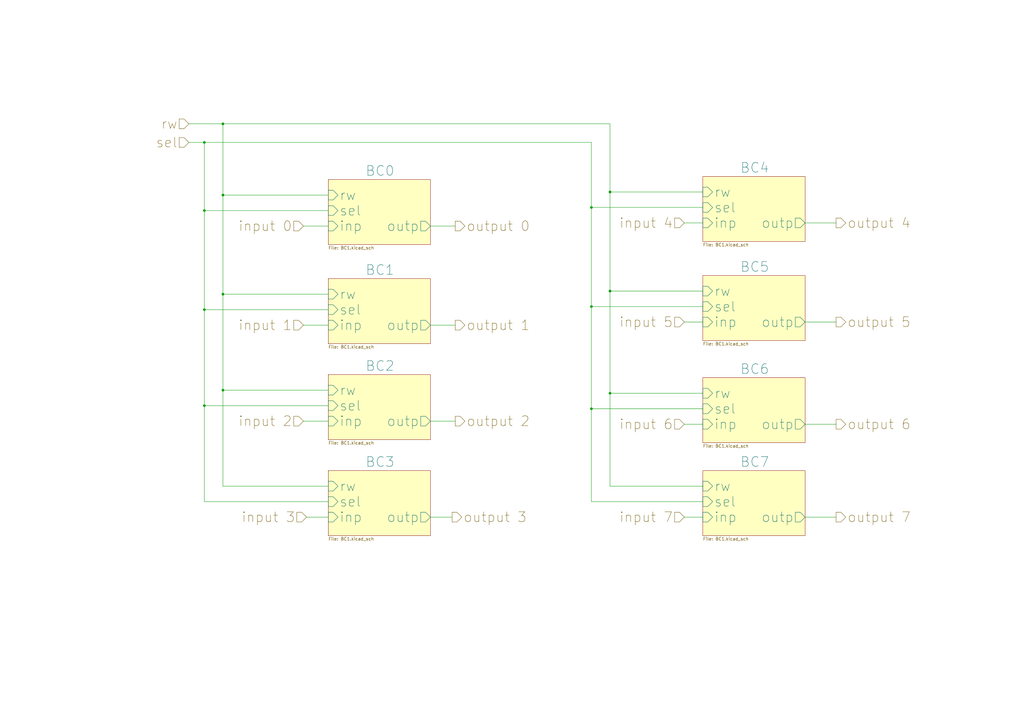
<source format=kicad_sch>
(kicad_sch (version 20230121) (generator eeschema)

  (uuid 364ae643-2548-4e87-836a-1766b33b97a9)

  (paper "A3")

  (lib_symbols
  )

  (junction (at 91.44 80.01) (diameter 0) (color 0 0 0 0)
    (uuid 04b8fda4-2f8e-47a7-92bb-2696efecf1ef)
  )
  (junction (at 250.19 78.74) (diameter 0) (color 0 0 0 0)
    (uuid 0ce9a429-814b-4edd-aecf-32325902f2d1)
  )
  (junction (at 242.57 125.73) (diameter 0) (color 0 0 0 0)
    (uuid 1bd715a9-4b99-469b-b586-b08a0e765660)
  )
  (junction (at 83.82 58.42) (diameter 0) (color 0 0 0 0)
    (uuid 30cadb98-3c0d-4527-bc7c-7e65206312b9)
  )
  (junction (at 250.19 119.38) (diameter 0) (color 0 0 0 0)
    (uuid 3264e6ba-ef05-4c6c-bb88-9061e9988f6b)
  )
  (junction (at 242.57 167.64) (diameter 0) (color 0 0 0 0)
    (uuid 45ac5f35-acec-4275-8e85-c37ebf1036b4)
  )
  (junction (at 91.44 160.02) (diameter 0) (color 0 0 0 0)
    (uuid 5ac64fd8-38b8-4e09-ae93-ae11e77fe304)
  )
  (junction (at 83.82 166.37) (diameter 0) (color 0 0 0 0)
    (uuid 6276ce79-720c-4cb5-b9fd-b322658c6d34)
  )
  (junction (at 242.57 85.09) (diameter 0) (color 0 0 0 0)
    (uuid 7bb1198d-de86-403e-82a5-6c830959f2be)
  )
  (junction (at 91.44 50.8) (diameter 0) (color 0 0 0 0)
    (uuid 98d0006b-311c-4bd5-8c0c-6697ab60ca32)
  )
  (junction (at 250.19 161.29) (diameter 0) (color 0 0 0 0)
    (uuid b6977bd3-4a8a-4869-932e-be85a9cd6e3b)
  )
  (junction (at 91.44 120.65) (diameter 0) (color 0 0 0 0)
    (uuid b9f6017f-2a87-4121-aecd-0e752e13299d)
  )
  (junction (at 83.82 86.36) (diameter 0) (color 0 0 0 0)
    (uuid dea6f222-1c90-4e5b-8638-43caafcabb92)
  )
  (junction (at 83.82 127) (diameter 0) (color 0 0 0 0)
    (uuid e90a2558-124d-412a-b8d9-6bc2b17fba5f)
  )

  (wire (pts (xy 330.2 173.99) (xy 342.9 173.99))
    (stroke (width 0) (type default))
    (uuid 087a9827-dded-455e-82f9-5dd4a1fea947)
  )
  (wire (pts (xy 176.53 172.72) (xy 186.69 172.72))
    (stroke (width 0) (type default))
    (uuid 0ac5337c-9ac3-4302-8dfb-4f3eb9456ab2)
  )
  (wire (pts (xy 83.82 127) (xy 83.82 166.37))
    (stroke (width 0) (type default))
    (uuid 0d68edbd-c2ba-4199-9b87-589897a467e4)
  )
  (wire (pts (xy 91.44 50.8) (xy 250.19 50.8))
    (stroke (width 0) (type default))
    (uuid 1502689e-65e6-4896-b723-923b220f8f29)
  )
  (wire (pts (xy 91.44 160.02) (xy 91.44 199.39))
    (stroke (width 0) (type default))
    (uuid 15d1540c-5728-4e98-bff6-43532ed429a6)
  )
  (wire (pts (xy 280.67 91.44) (xy 288.29 91.44))
    (stroke (width 0) (type default))
    (uuid 17c76cdd-766b-4aa1-b7fb-3c1d3adffddc)
  )
  (wire (pts (xy 91.44 120.65) (xy 134.62 120.65))
    (stroke (width 0) (type default))
    (uuid 1e62010d-f4a5-42d5-82ad-81259d1910cc)
  )
  (wire (pts (xy 176.53 212.09) (xy 185.42 212.09))
    (stroke (width 0) (type default))
    (uuid 21d23037-0f99-47bd-b3b0-91703a72f1e7)
  )
  (wire (pts (xy 91.44 160.02) (xy 134.62 160.02))
    (stroke (width 0) (type default))
    (uuid 23e56d60-31a4-44bc-bb76-4f518402b006)
  )
  (wire (pts (xy 288.29 125.73) (xy 242.57 125.73))
    (stroke (width 0) (type default))
    (uuid 2840bd92-245f-4a4e-af23-7975cec59c9a)
  )
  (wire (pts (xy 280.67 173.99) (xy 288.29 173.99))
    (stroke (width 0) (type default))
    (uuid 2d69e4d1-5231-42ac-8aa6-2bfb63d3e170)
  )
  (wire (pts (xy 242.57 58.42) (xy 242.57 85.09))
    (stroke (width 0) (type default))
    (uuid 34aadc39-5ffc-457c-b14e-b828325fb7ce)
  )
  (wire (pts (xy 91.44 199.39) (xy 134.62 199.39))
    (stroke (width 0) (type default))
    (uuid 38a7f145-3d0b-4ec3-9c26-f7633747af2a)
  )
  (wire (pts (xy 134.62 127) (xy 83.82 127))
    (stroke (width 0) (type default))
    (uuid 39fa5086-61e0-4f62-88df-c510fcd85329)
  )
  (wire (pts (xy 242.57 205.74) (xy 242.57 167.64))
    (stroke (width 0) (type default))
    (uuid 3ec40f99-aec2-4b42-9dff-27814ae74f40)
  )
  (wire (pts (xy 250.19 161.29) (xy 250.19 199.39))
    (stroke (width 0) (type default))
    (uuid 44a163db-686c-409c-a40c-5aeb7e754d57)
  )
  (wire (pts (xy 250.19 161.29) (xy 288.29 161.29))
    (stroke (width 0) (type default))
    (uuid 46e42e1c-05e9-47c8-b60a-e0e084da2e24)
  )
  (wire (pts (xy 176.53 133.35) (xy 186.69 133.35))
    (stroke (width 0) (type default))
    (uuid 479788c9-a17f-47f3-98df-c62da8c5b4f4)
  )
  (wire (pts (xy 125.73 212.09) (xy 134.62 212.09))
    (stroke (width 0) (type default))
    (uuid 4948e306-02f2-4223-bc63-d906aa696a69)
  )
  (wire (pts (xy 242.57 85.09) (xy 288.29 85.09))
    (stroke (width 0) (type default))
    (uuid 4c89acb6-d97e-44b4-ad44-7f0ff8ecb25b)
  )
  (wire (pts (xy 83.82 86.36) (xy 134.62 86.36))
    (stroke (width 0) (type default))
    (uuid 4e4e4068-654c-4b95-8c63-2872a7349503)
  )
  (wire (pts (xy 83.82 58.42) (xy 83.82 86.36))
    (stroke (width 0) (type default))
    (uuid 5af00f9c-a98a-4b31-a769-3bcfa2586682)
  )
  (wire (pts (xy 242.57 167.64) (xy 288.29 167.64))
    (stroke (width 0) (type default))
    (uuid 5cac80d9-1e15-4e79-98a5-6e3267904a91)
  )
  (wire (pts (xy 77.47 58.42) (xy 83.82 58.42))
    (stroke (width 0) (type default))
    (uuid 5d291b88-7862-4956-9cb9-607443c96d13)
  )
  (wire (pts (xy 91.44 120.65) (xy 91.44 160.02))
    (stroke (width 0) (type default))
    (uuid 6021b3a5-e863-4164-8704-2c0a1a8bc3d3)
  )
  (wire (pts (xy 124.46 133.35) (xy 134.62 133.35))
    (stroke (width 0) (type default))
    (uuid 6046b9bf-ab32-4a78-8eaa-3d8f7d912149)
  )
  (wire (pts (xy 242.57 85.09) (xy 242.57 125.73))
    (stroke (width 0) (type default))
    (uuid 61f98545-dc13-4354-b0d8-c318d97b4f11)
  )
  (wire (pts (xy 134.62 166.37) (xy 83.82 166.37))
    (stroke (width 0) (type default))
    (uuid 6e32a71f-fe56-4061-9e67-1017bafea5fc)
  )
  (wire (pts (xy 250.19 78.74) (xy 250.19 119.38))
    (stroke (width 0) (type default))
    (uuid 70299d51-936a-4254-84c3-c4d8bf4570c4)
  )
  (wire (pts (xy 124.46 172.72) (xy 134.62 172.72))
    (stroke (width 0) (type default))
    (uuid 77dec6cd-380c-4d6c-b657-96d14898bed2)
  )
  (wire (pts (xy 330.2 212.09) (xy 342.9 212.09))
    (stroke (width 0) (type default))
    (uuid 8fc2050b-20ba-4d74-8985-746bdaadc506)
  )
  (wire (pts (xy 91.44 80.01) (xy 91.44 120.65))
    (stroke (width 0) (type default))
    (uuid 9bc4442d-e80c-424d-a52f-7b603996acab)
  )
  (wire (pts (xy 176.53 92.71) (xy 186.69 92.71))
    (stroke (width 0) (type default))
    (uuid a0f7c3b6-ba1f-464b-a758-9c470c7788b8)
  )
  (wire (pts (xy 280.67 132.08) (xy 288.29 132.08))
    (stroke (width 0) (type default))
    (uuid a38c7ad0-2163-42f1-bef0-a28f89da6d29)
  )
  (wire (pts (xy 330.2 132.08) (xy 342.9 132.08))
    (stroke (width 0) (type default))
    (uuid b532dfe2-3423-490c-9b48-5bc64ac10671)
  )
  (wire (pts (xy 242.57 58.42) (xy 83.82 58.42))
    (stroke (width 0) (type default))
    (uuid b90b88b5-de00-487f-b45b-45ce82308f44)
  )
  (wire (pts (xy 91.44 80.01) (xy 134.62 80.01))
    (stroke (width 0) (type default))
    (uuid c047d037-47d6-4e63-837a-2c26e5a7805a)
  )
  (wire (pts (xy 83.82 86.36) (xy 83.82 127))
    (stroke (width 0) (type default))
    (uuid c5eefb17-b8b2-45b9-9cb7-283c1aa2c779)
  )
  (wire (pts (xy 250.19 119.38) (xy 250.19 161.29))
    (stroke (width 0) (type default))
    (uuid c833b1e7-095a-487d-a3bd-7a7cebf3283d)
  )
  (wire (pts (xy 330.2 91.44) (xy 342.9 91.44))
    (stroke (width 0) (type default))
    (uuid c936af8a-5cba-4b2d-ab32-b49b3c471bb5)
  )
  (wire (pts (xy 250.19 50.8) (xy 250.19 78.74))
    (stroke (width 0) (type default))
    (uuid cd53a19c-2ca7-4b27-9824-de68ade1b7d1)
  )
  (wire (pts (xy 77.47 50.8) (xy 91.44 50.8))
    (stroke (width 0) (type default))
    (uuid ce3c1351-4072-496f-8039-474e69a1c3fb)
  )
  (wire (pts (xy 288.29 205.74) (xy 242.57 205.74))
    (stroke (width 0) (type default))
    (uuid d7f7f0d0-e5a5-41a4-ae5a-eac509cbb11d)
  )
  (wire (pts (xy 124.46 92.71) (xy 134.62 92.71))
    (stroke (width 0) (type default))
    (uuid dcad0498-6397-4da5-9dae-ac92d2cbbaf6)
  )
  (wire (pts (xy 250.19 199.39) (xy 288.29 199.39))
    (stroke (width 0) (type default))
    (uuid e0ea52ef-5c8a-45a5-baf2-eb67c842a62b)
  )
  (wire (pts (xy 250.19 78.74) (xy 288.29 78.74))
    (stroke (width 0) (type default))
    (uuid e460f5f9-86ed-4ba0-86b4-b8ac02f1c10c)
  )
  (wire (pts (xy 242.57 125.73) (xy 242.57 167.64))
    (stroke (width 0) (type default))
    (uuid e8c6c4ac-a15b-4229-acfe-85cece95f59b)
  )
  (wire (pts (xy 250.19 119.38) (xy 288.29 119.38))
    (stroke (width 0) (type default))
    (uuid e921f665-8ded-4804-a7c5-102ef56427ee)
  )
  (wire (pts (xy 134.62 205.74) (xy 83.82 205.74))
    (stroke (width 0) (type default))
    (uuid ec689e09-858d-4b83-a346-e9ffe9be3700)
  )
  (wire (pts (xy 280.67 212.09) (xy 288.29 212.09))
    (stroke (width 0) (type default))
    (uuid f03d1f0a-6feb-422d-ae79-19b8714c4190)
  )
  (wire (pts (xy 91.44 50.8) (xy 91.44 80.01))
    (stroke (width 0) (type default))
    (uuid f8509d8f-0ef4-4648-a081-3962a186df9e)
  )
  (wire (pts (xy 83.82 205.74) (xy 83.82 166.37))
    (stroke (width 0) (type default))
    (uuid fb7ada06-3adb-45af-a40c-a778069bfaaf)
  )

  (hierarchical_label "input 1" (shape input) (at 124.46 133.35 180) (fields_autoplaced)
    (effects (font (size 4 4)) (justify right))
    (uuid 067445eb-8c66-4fe3-878b-9a02b43b405e)
  )
  (hierarchical_label "input 0" (shape input) (at 124.46 92.71 180) (fields_autoplaced)
    (effects (font (size 4 4)) (justify right))
    (uuid 2ee531bf-0dcc-43bc-9ae2-21731bf3d501)
  )
  (hierarchical_label "output 7" (shape output) (at 342.9 212.09 0) (fields_autoplaced)
    (effects (font (size 4 4)) (justify left))
    (uuid 56bf92d4-7b5b-4220-985e-cf8285cef605)
  )
  (hierarchical_label "output 2" (shape output) (at 186.69 172.72 0) (fields_autoplaced)
    (effects (font (size 4 4)) (justify left))
    (uuid 595dfb13-7655-4b8a-9e6d-9ffb73aa9bdb)
  )
  (hierarchical_label "sel" (shape input) (at 77.47 58.42 180) (fields_autoplaced)
    (effects (font (size 4 4)) (justify right))
    (uuid 5ee58528-be0a-4566-86d5-e612d5cc6c05)
  )
  (hierarchical_label "output 5" (shape output) (at 342.9 132.08 0) (fields_autoplaced)
    (effects (font (size 4 4)) (justify left))
    (uuid 61e60c83-93ab-4a36-81b2-b02ab54552ed)
  )
  (hierarchical_label "output 6" (shape output) (at 342.9 173.99 0) (fields_autoplaced)
    (effects (font (size 4 4)) (justify left))
    (uuid 6a0cfb3f-c491-466c-b884-fdcbb794c346)
  )
  (hierarchical_label "rw" (shape input) (at 77.47 50.8 180) (fields_autoplaced)
    (effects (font (size 4 4)) (justify right))
    (uuid 7bd3fa14-ab97-4ab2-8357-ad99aadc78f9)
  )
  (hierarchical_label "input 6" (shape input) (at 280.67 173.99 180) (fields_autoplaced)
    (effects (font (size 4 4)) (justify right))
    (uuid 7ee40b06-b208-447c-8de1-ada55730ebdd)
  )
  (hierarchical_label "output 0" (shape output) (at 186.69 92.71 0) (fields_autoplaced)
    (effects (font (size 4 4)) (justify left))
    (uuid 9579d7d6-d45f-43b6-bc86-a6ac2030d052)
  )
  (hierarchical_label "input 4" (shape input) (at 280.67 91.44 180) (fields_autoplaced)
    (effects (font (size 4 4)) (justify right))
    (uuid 95d346d5-7425-4661-8abe-5f16096386e1)
  )
  (hierarchical_label "output 4" (shape output) (at 342.9 91.44 0) (fields_autoplaced)
    (effects (font (size 4 4)) (justify left))
    (uuid bf28e757-ccbc-4bbe-a8ee-d31f5d69304f)
  )
  (hierarchical_label "input 2" (shape input) (at 124.46 172.72 180) (fields_autoplaced)
    (effects (font (size 4 4)) (justify right))
    (uuid cb87df60-3fae-4122-999d-dfe7bbf26b5e)
  )
  (hierarchical_label "input 3" (shape input) (at 125.73 212.09 180) (fields_autoplaced)
    (effects (font (size 4 4)) (justify right))
    (uuid cccce72e-60e5-4b1b-9349-aa49a2ab02b9)
  )
  (hierarchical_label "input 5" (shape input) (at 280.67 132.08 180) (fields_autoplaced)
    (effects (font (size 4 4)) (justify right))
    (uuid d304c72e-1436-4ab4-ba72-5ba2051dbe34)
  )
  (hierarchical_label "output 1" (shape output) (at 186.69 133.35 0) (fields_autoplaced)
    (effects (font (size 4 4)) (justify left))
    (uuid e38d74d1-a398-443e-8013-c9f4991b80a5)
  )
  (hierarchical_label "output 3" (shape output) (at 185.42 212.09 0) (fields_autoplaced)
    (effects (font (size 4 4)) (justify left))
    (uuid e4078a5b-7d7b-4e4b-b1f5-c3581b461aea)
  )
  (hierarchical_label "input 7" (shape input) (at 280.67 212.09 180) (fields_autoplaced)
    (effects (font (size 4 4)) (justify right))
    (uuid eebb773c-4ad8-42fa-ac8c-1b07519be22d)
  )

  (sheet (at 134.62 193.04) (size 41.91 26.67)
    (stroke (width 0.1524) (type solid))
    (fill (color 255 255 194 1.0000))
    (uuid 253453f7-53f7-4272-9990-d0c54a44eb37)
    (property "Sheetname" "BC3" (at 149.86 191.77 0)
      (effects (font (size 4 4)) (justify left bottom))
    )
    (property "Sheetfile" "BC1.kicad_sch" (at 134.62 220.2946 0)
      (effects (font (size 1.27 1.27)) (justify left top))
    )
    (property "Field2" "" (at 134.62 193.04 0)
      (effects (font (size 1.27 1.27)) hide)
    )
    (pin "rw" input (at 134.62 199.39 180)
      (effects (font (size 4 4)) (justify left))
      (uuid 0aa1db3b-c1d1-4620-b0aa-d2fcd4ad3407)
    )
    (pin "sel" input (at 134.62 205.74 180)
      (effects (font (size 4 4)) (justify left))
      (uuid e7cd88e3-d0a7-4ce7-a277-3ffcaa09aa5c)
    )
    (pin "inp" input (at 134.62 212.09 180)
      (effects (font (size 4 4)) (justify left))
      (uuid 3b7dcd9a-b99d-4c53-a963-5b385cfce080)
    )
    (pin "outp" output (at 176.53 212.09 0)
      (effects (font (size 4 4)) (justify right))
      (uuid 315d1634-e7d9-4e5a-b1b9-645b02730ce1)
    )
    (instances
      (project "scheme"
        (path "/e68ef4a4-ecbb-47e0-a4bb-374efe814026/6ca7316f-95d4-4f12-9f1b-d33c49389fbd/194778c0-121d-4470-a5db-da664793653b/48816e51-e306-4d75-9374-13f52efdc405" (page "27"))
        (path "/e68ef4a4-ecbb-47e0-a4bb-374efe814026/6ca7316f-95d4-4f12-9f1b-d33c49389fbd/194778c0-121d-4470-a5db-da664793653b/ea857180-1cfb-44a5-ab60-e421ad821a3f" (page "28"))
        (path "/e68ef4a4-ecbb-47e0-a4bb-374efe814026/6ca7316f-95d4-4f12-9f1b-d33c49389fbd/194778c0-121d-4470-a5db-da664793653b/659a3921-068c-42f7-a067-c5ec943b0cdb" (page "29"))
        (path "/e68ef4a4-ecbb-47e0-a4bb-374efe814026/6ca7316f-95d4-4f12-9f1b-d33c49389fbd/194778c0-121d-4470-a5db-da664793653b/a46539d6-b8a8-4efe-8a1c-7096605ddc48" (page "32"))
        (path "/e68ef4a4-ecbb-47e0-a4bb-374efe814026/6ca7316f-95d4-4f12-9f1b-d33c49389fbd/194778c0-121d-4470-a5db-da664793653b/673033fa-6f7a-496b-89d8-b963a822e473" (page "33"))
        (path "/e68ef4a4-ecbb-47e0-a4bb-374efe814026/6ca7316f-95d4-4f12-9f1b-d33c49389fbd/194778c0-121d-4470-a5db-da664793653b/4ddbde5b-2f0a-4b3e-8f20-b90d7a0d02fe" (page "34"))
        (path "/e68ef4a4-ecbb-47e0-a4bb-374efe814026/6ca7316f-95d4-4f12-9f1b-d33c49389fbd/194778c0-121d-4470-a5db-da664793653b/fa1fd814-4a24-4a93-96de-b13e8d2d94b9" (page "35"))
        (path "/e68ef4a4-ecbb-47e0-a4bb-374efe814026/6ca7316f-95d4-4f12-9f1b-d33c49389fbd/194778c0-121d-4470-a5db-da664793653b/b3fa99ec-6493-4c99-ab64-d4e838b7da59" (page "36"))
      )
    )
  )

  (sheet (at 134.62 114.3) (size 41.91 26.67)
    (stroke (width 0.1524) (type solid))
    (fill (color 255 255 194 1.0000))
    (uuid a80a0a55-7d5a-4e15-8820-22273c46cce0)
    (property "Sheetname" "BC1" (at 149.86 113.03 0)
      (effects (font (size 4 4)) (justify left bottom))
    )
    (property "Sheetfile" "BC1.kicad_sch" (at 134.62 141.5546 0)
      (effects (font (size 1.27 1.27)) (justify left top))
    )
    (property "Field2" "" (at 134.62 114.3 0)
      (effects (font (size 1.27 1.27)) hide)
    )
    (pin "rw" input (at 134.62 120.65 180)
      (effects (font (size 4 4)) (justify left))
      (uuid 67899329-6db9-45e5-a61e-c453be3e4809)
    )
    (pin "sel" input (at 134.62 127 180)
      (effects (font (size 4 4)) (justify left))
      (uuid ea9047ac-9a1a-4cd7-b180-c2e9cf634ed2)
    )
    (pin "inp" input (at 134.62 133.35 180)
      (effects (font (size 4 4)) (justify left))
      (uuid 123bc536-75ca-4c60-b66e-72dcb5b2ecf9)
    )
    (pin "outp" output (at 176.53 133.35 0)
      (effects (font (size 4 4)) (justify right))
      (uuid 19904bde-1987-474b-9cab-5ad2da9431f2)
    )
    (instances
      (project "scheme"
        (path "/e68ef4a4-ecbb-47e0-a4bb-374efe814026/6ca7316f-95d4-4f12-9f1b-d33c49389fbd/194778c0-121d-4470-a5db-da664793653b/48816e51-e306-4d75-9374-13f52efdc405" (page "6"))
        (path "/e68ef4a4-ecbb-47e0-a4bb-374efe814026/6ca7316f-95d4-4f12-9f1b-d33c49389fbd/194778c0-121d-4470-a5db-da664793653b/ea857180-1cfb-44a5-ab60-e421ad821a3f" (page "8"))
        (path "/e68ef4a4-ecbb-47e0-a4bb-374efe814026/6ca7316f-95d4-4f12-9f1b-d33c49389fbd/194778c0-121d-4470-a5db-da664793653b/659a3921-068c-42f7-a067-c5ec943b0cdb" (page "10"))
        (path "/e68ef4a4-ecbb-47e0-a4bb-374efe814026/6ca7316f-95d4-4f12-9f1b-d33c49389fbd/194778c0-121d-4470-a5db-da664793653b/a46539d6-b8a8-4efe-8a1c-7096605ddc48" (page "11"))
        (path "/e68ef4a4-ecbb-47e0-a4bb-374efe814026/6ca7316f-95d4-4f12-9f1b-d33c49389fbd/194778c0-121d-4470-a5db-da664793653b/673033fa-6f7a-496b-89d8-b963a822e473" (page "12"))
        (path "/e68ef4a4-ecbb-47e0-a4bb-374efe814026/6ca7316f-95d4-4f12-9f1b-d33c49389fbd/194778c0-121d-4470-a5db-da664793653b/4ddbde5b-2f0a-4b3e-8f20-b90d7a0d02fe" (page "13"))
        (path "/e68ef4a4-ecbb-47e0-a4bb-374efe814026/6ca7316f-95d4-4f12-9f1b-d33c49389fbd/194778c0-121d-4470-a5db-da664793653b/fa1fd814-4a24-4a93-96de-b13e8d2d94b9" (page "15"))
        (path "/e68ef4a4-ecbb-47e0-a4bb-374efe814026/6ca7316f-95d4-4f12-9f1b-d33c49389fbd/194778c0-121d-4470-a5db-da664793653b/b3fa99ec-6493-4c99-ab64-d4e838b7da59" (page "16"))
      )
    )
  )

  (sheet (at 134.62 73.66) (size 41.91 26.67)
    (stroke (width 0.1524) (type solid))
    (fill (color 255 255 194 1.0000))
    (uuid ae17cafa-fbb2-48ef-ac26-91b20ddd323c)
    (property "Sheetname" "BC0" (at 149.86 72.39 0)
      (effects (font (size 4 4)) (justify left bottom))
    )
    (property "Sheetfile" "BC1.kicad_sch" (at 134.62 100.9146 0)
      (effects (font (size 1.27 1.27)) (justify left top))
    )
    (property "Field2" "" (at 134.62 73.66 0)
      (effects (font (size 1.27 1.27)) hide)
    )
    (pin "rw" input (at 134.62 80.01 180)
      (effects (font (size 4 4)) (justify left))
      (uuid 6d3cd604-a3ba-4b19-943f-41a587439f95)
    )
    (pin "sel" input (at 134.62 86.36 180)
      (effects (font (size 4 4)) (justify left))
      (uuid 9b9ad7ab-0a7b-4778-a8fb-a3c28b22f76b)
    )
    (pin "inp" input (at 134.62 92.71 180)
      (effects (font (size 4 4)) (justify left))
      (uuid 3019cb13-b248-4a42-88ed-837b5922cd57)
    )
    (pin "outp" output (at 176.53 92.71 0)
      (effects (font (size 4 4)) (justify right))
      (uuid 651dbcaf-082c-40b2-a9ee-25852a6dbf44)
    )
    (instances
      (project "scheme"
        (path "/e68ef4a4-ecbb-47e0-a4bb-374efe814026/6ca7316f-95d4-4f12-9f1b-d33c49389fbd/194778c0-121d-4470-a5db-da664793653b/48816e51-e306-4d75-9374-13f52efdc405" (page "37"))
        (path "/e68ef4a4-ecbb-47e0-a4bb-374efe814026/6ca7316f-95d4-4f12-9f1b-d33c49389fbd/194778c0-121d-4470-a5db-da664793653b/ea857180-1cfb-44a5-ab60-e421ad821a3f" (page "30"))
        (path "/e68ef4a4-ecbb-47e0-a4bb-374efe814026/6ca7316f-95d4-4f12-9f1b-d33c49389fbd/194778c0-121d-4470-a5db-da664793653b/659a3921-068c-42f7-a067-c5ec943b0cdb" (page "14"))
        (path "/e68ef4a4-ecbb-47e0-a4bb-374efe814026/6ca7316f-95d4-4f12-9f1b-d33c49389fbd/194778c0-121d-4470-a5db-da664793653b/a46539d6-b8a8-4efe-8a1c-7096605ddc48" (page "23"))
        (path "/e68ef4a4-ecbb-47e0-a4bb-374efe814026/6ca7316f-95d4-4f12-9f1b-d33c49389fbd/194778c0-121d-4470-a5db-da664793653b/673033fa-6f7a-496b-89d8-b963a822e473" (page "39"))
        (path "/e68ef4a4-ecbb-47e0-a4bb-374efe814026/6ca7316f-95d4-4f12-9f1b-d33c49389fbd/194778c0-121d-4470-a5db-da664793653b/4ddbde5b-2f0a-4b3e-8f20-b90d7a0d02fe" (page "44"))
        (path "/e68ef4a4-ecbb-47e0-a4bb-374efe814026/6ca7316f-95d4-4f12-9f1b-d33c49389fbd/194778c0-121d-4470-a5db-da664793653b/fa1fd814-4a24-4a93-96de-b13e8d2d94b9" (page "63"))
        (path "/e68ef4a4-ecbb-47e0-a4bb-374efe814026/6ca7316f-95d4-4f12-9f1b-d33c49389fbd/194778c0-121d-4470-a5db-da664793653b/b3fa99ec-6493-4c99-ab64-d4e838b7da59" (page "75"))
      )
    )
  )

  (sheet (at 288.29 193.04) (size 41.91 26.67)
    (stroke (width 0.1524) (type solid))
    (fill (color 255 255 194 1.0000))
    (uuid b1ad0463-2fb8-41e0-a0cd-497a8c358283)
    (property "Sheetname" "BC7" (at 303.53 191.77 0)
      (effects (font (size 4 4)) (justify left bottom))
    )
    (property "Sheetfile" "BC1.kicad_sch" (at 288.29 220.2946 0)
      (effects (font (size 1.27 1.27)) (justify left top))
    )
    (property "Field2" "" (at 288.29 193.04 0)
      (effects (font (size 1.27 1.27)) hide)
    )
    (pin "rw" input (at 288.29 199.39 180)
      (effects (font (size 4 4)) (justify left))
      (uuid 64f31d6d-9c82-4a8a-a041-52d706da2b11)
    )
    (pin "sel" input (at 288.29 205.74 180)
      (effects (font (size 4 4)) (justify left))
      (uuid 0a1ba50a-bd3a-4e10-9154-976a0078f0ec)
    )
    (pin "inp" input (at 288.29 212.09 180)
      (effects (font (size 4 4)) (justify left))
      (uuid 70e3288b-8cce-428e-978a-06e5509ec9ac)
    )
    (pin "outp" output (at 330.2 212.09 0)
      (effects (font (size 4 4)) (justify right))
      (uuid 6eb80931-dd59-43d8-927c-16210e1f5971)
    )
    (instances
      (project "scheme"
        (path "/e68ef4a4-ecbb-47e0-a4bb-374efe814026/6ca7316f-95d4-4f12-9f1b-d33c49389fbd/194778c0-121d-4470-a5db-da664793653b/48816e51-e306-4d75-9374-13f52efdc405" (page "68"))
        (path "/e68ef4a4-ecbb-47e0-a4bb-374efe814026/6ca7316f-95d4-4f12-9f1b-d33c49389fbd/194778c0-121d-4470-a5db-da664793653b/ea857180-1cfb-44a5-ab60-e421ad821a3f" (page "69"))
        (path "/e68ef4a4-ecbb-47e0-a4bb-374efe814026/6ca7316f-95d4-4f12-9f1b-d33c49389fbd/194778c0-121d-4470-a5db-da664793653b/659a3921-068c-42f7-a067-c5ec943b0cdb" (page "70"))
        (path "/e68ef4a4-ecbb-47e0-a4bb-374efe814026/6ca7316f-95d4-4f12-9f1b-d33c49389fbd/194778c0-121d-4470-a5db-da664793653b/a46539d6-b8a8-4efe-8a1c-7096605ddc48" (page "71"))
        (path "/e68ef4a4-ecbb-47e0-a4bb-374efe814026/6ca7316f-95d4-4f12-9f1b-d33c49389fbd/194778c0-121d-4470-a5db-da664793653b/673033fa-6f7a-496b-89d8-b963a822e473" (page "72"))
        (path "/e68ef4a4-ecbb-47e0-a4bb-374efe814026/6ca7316f-95d4-4f12-9f1b-d33c49389fbd/194778c0-121d-4470-a5db-da664793653b/4ddbde5b-2f0a-4b3e-8f20-b90d7a0d02fe" (page "73"))
        (path "/e68ef4a4-ecbb-47e0-a4bb-374efe814026/6ca7316f-95d4-4f12-9f1b-d33c49389fbd/194778c0-121d-4470-a5db-da664793653b/fa1fd814-4a24-4a93-96de-b13e8d2d94b9" (page "74"))
        (path "/e68ef4a4-ecbb-47e0-a4bb-374efe814026/6ca7316f-95d4-4f12-9f1b-d33c49389fbd/194778c0-121d-4470-a5db-da664793653b/b3fa99ec-6493-4c99-ab64-d4e838b7da59" (page "76"))
      )
    )
  )

  (sheet (at 288.29 113.03) (size 41.91 26.67)
    (stroke (width 0.1524) (type solid))
    (fill (color 255 255 194 1.0000))
    (uuid ebcf3fdf-cf46-4667-b43b-e7c50951498d)
    (property "Sheetname" "BC5" (at 303.53 111.76 0)
      (effects (font (size 4 4)) (justify left bottom))
    )
    (property "Sheetfile" "BC1.kicad_sch" (at 288.29 140.2846 0)
      (effects (font (size 1.27 1.27)) (justify left top))
    )
    (property "Field2" "" (at 288.29 113.03 0)
      (effects (font (size 1.27 1.27)) hide)
    )
    (pin "rw" input (at 288.29 119.38 180)
      (effects (font (size 4 4)) (justify left))
      (uuid 6f5f03d7-5b31-4158-bd9c-4f5465b05765)
    )
    (pin "sel" input (at 288.29 125.73 180)
      (effects (font (size 4 4)) (justify left))
      (uuid ccb0e2c9-3b2f-4241-aa0b-6730df1313eb)
    )
    (pin "inp" input (at 288.29 132.08 180)
      (effects (font (size 4 4)) (justify left))
      (uuid 5ff94ec9-add6-40da-b49f-832d2c407b7a)
    )
    (pin "outp" output (at 330.2 132.08 0)
      (effects (font (size 4 4)) (justify right))
      (uuid 61e7fc09-70ff-42c8-b09b-848b11dc6c22)
    )
    (instances
      (project "scheme"
        (path "/e68ef4a4-ecbb-47e0-a4bb-374efe814026/6ca7316f-95d4-4f12-9f1b-d33c49389fbd/194778c0-121d-4470-a5db-da664793653b/48816e51-e306-4d75-9374-13f52efdc405" (page "49"))
        (path "/e68ef4a4-ecbb-47e0-a4bb-374efe814026/6ca7316f-95d4-4f12-9f1b-d33c49389fbd/194778c0-121d-4470-a5db-da664793653b/ea857180-1cfb-44a5-ab60-e421ad821a3f" (page "50"))
        (path "/e68ef4a4-ecbb-47e0-a4bb-374efe814026/6ca7316f-95d4-4f12-9f1b-d33c49389fbd/194778c0-121d-4470-a5db-da664793653b/659a3921-068c-42f7-a067-c5ec943b0cdb" (page "51"))
        (path "/e68ef4a4-ecbb-47e0-a4bb-374efe814026/6ca7316f-95d4-4f12-9f1b-d33c49389fbd/194778c0-121d-4470-a5db-da664793653b/a46539d6-b8a8-4efe-8a1c-7096605ddc48" (page "52"))
        (path "/e68ef4a4-ecbb-47e0-a4bb-374efe814026/6ca7316f-95d4-4f12-9f1b-d33c49389fbd/194778c0-121d-4470-a5db-da664793653b/673033fa-6f7a-496b-89d8-b963a822e473" (page "53"))
        (path "/e68ef4a4-ecbb-47e0-a4bb-374efe814026/6ca7316f-95d4-4f12-9f1b-d33c49389fbd/194778c0-121d-4470-a5db-da664793653b/4ddbde5b-2f0a-4b3e-8f20-b90d7a0d02fe" (page "54"))
        (path "/e68ef4a4-ecbb-47e0-a4bb-374efe814026/6ca7316f-95d4-4f12-9f1b-d33c49389fbd/194778c0-121d-4470-a5db-da664793653b/fa1fd814-4a24-4a93-96de-b13e8d2d94b9" (page "56"))
        (path "/e68ef4a4-ecbb-47e0-a4bb-374efe814026/6ca7316f-95d4-4f12-9f1b-d33c49389fbd/194778c0-121d-4470-a5db-da664793653b/b3fa99ec-6493-4c99-ab64-d4e838b7da59" (page "57"))
      )
    )
  )

  (sheet (at 288.29 154.94) (size 41.91 26.67)
    (stroke (width 0.1524) (type solid))
    (fill (color 255 255 194 1.0000))
    (uuid f5cbd43c-d6b1-492a-937f-c45c8c988952)
    (property "Sheetname" "BC6" (at 303.53 153.67 0)
      (effects (font (size 4 4)) (justify left bottom))
    )
    (property "Sheetfile" "BC1.kicad_sch" (at 288.29 182.1946 0)
      (effects (font (size 1.27 1.27)) (justify left top))
    )
    (property "Field2" "" (at 288.29 154.94 0)
      (effects (font (size 1.27 1.27)) hide)
    )
    (pin "rw" input (at 288.29 161.29 180)
      (effects (font (size 4 4)) (justify left))
      (uuid 3beeffe3-07cb-4430-8f78-dba3565bb8e7)
    )
    (pin "sel" input (at 288.29 167.64 180)
      (effects (font (size 4 4)) (justify left))
      (uuid 77338628-e205-422c-8c45-5a0870e243db)
    )
    (pin "inp" input (at 288.29 173.99 180)
      (effects (font (size 4 4)) (justify left))
      (uuid 437552b1-eea0-4a42-ad14-f1d80a3b1ffa)
    )
    (pin "outp" output (at 330.2 173.99 0)
      (effects (font (size 4 4)) (justify right))
      (uuid 828e754e-ee1c-4d23-9c98-875de14a45b3)
    )
    (instances
      (project "scheme"
        (path "/e68ef4a4-ecbb-47e0-a4bb-374efe814026/6ca7316f-95d4-4f12-9f1b-d33c49389fbd/194778c0-121d-4470-a5db-da664793653b/48816e51-e306-4d75-9374-13f52efdc405" (page "58"))
        (path "/e68ef4a4-ecbb-47e0-a4bb-374efe814026/6ca7316f-95d4-4f12-9f1b-d33c49389fbd/194778c0-121d-4470-a5db-da664793653b/ea857180-1cfb-44a5-ab60-e421ad821a3f" (page "59"))
        (path "/e68ef4a4-ecbb-47e0-a4bb-374efe814026/6ca7316f-95d4-4f12-9f1b-d33c49389fbd/194778c0-121d-4470-a5db-da664793653b/659a3921-068c-42f7-a067-c5ec943b0cdb" (page "60"))
        (path "/e68ef4a4-ecbb-47e0-a4bb-374efe814026/6ca7316f-95d4-4f12-9f1b-d33c49389fbd/194778c0-121d-4470-a5db-da664793653b/a46539d6-b8a8-4efe-8a1c-7096605ddc48" (page "61"))
        (path "/e68ef4a4-ecbb-47e0-a4bb-374efe814026/6ca7316f-95d4-4f12-9f1b-d33c49389fbd/194778c0-121d-4470-a5db-da664793653b/673033fa-6f7a-496b-89d8-b963a822e473" (page "62"))
        (path "/e68ef4a4-ecbb-47e0-a4bb-374efe814026/6ca7316f-95d4-4f12-9f1b-d33c49389fbd/194778c0-121d-4470-a5db-da664793653b/4ddbde5b-2f0a-4b3e-8f20-b90d7a0d02fe" (page "64"))
        (path "/e68ef4a4-ecbb-47e0-a4bb-374efe814026/6ca7316f-95d4-4f12-9f1b-d33c49389fbd/194778c0-121d-4470-a5db-da664793653b/fa1fd814-4a24-4a93-96de-b13e8d2d94b9" (page "65"))
        (path "/e68ef4a4-ecbb-47e0-a4bb-374efe814026/6ca7316f-95d4-4f12-9f1b-d33c49389fbd/194778c0-121d-4470-a5db-da664793653b/b3fa99ec-6493-4c99-ab64-d4e838b7da59" (page "67"))
      )
    )
  )

  (sheet (at 288.29 72.39) (size 41.91 26.67)
    (stroke (width 0.1524) (type solid))
    (fill (color 255 255 194 1.0000))
    (uuid fd8154d3-6fdd-48c1-b84b-0eed4ea21f1c)
    (property "Sheetname" "BC4" (at 303.53 71.12 0)
      (effects (font (size 4 4)) (justify left bottom))
    )
    (property "Sheetfile" "BC1.kicad_sch" (at 288.29 99.6446 0)
      (effects (font (size 1.27 1.27)) (justify left top))
    )
    (property "Field2" "" (at 288.29 72.39 0)
      (effects (font (size 1.27 1.27)) hide)
    )
    (pin "rw" input (at 288.29 78.74 180)
      (effects (font (size 4 4)) (justify left))
      (uuid f9f9b269-f730-42a0-a5d6-70cfbc949314)
    )
    (pin "sel" input (at 288.29 85.09 180)
      (effects (font (size 4 4)) (justify left))
      (uuid 8281e32a-973c-4e11-ad67-8c73c375b1e7)
    )
    (pin "inp" input (at 288.29 91.44 180)
      (effects (font (size 4 4)) (justify left))
      (uuid 9db520df-dfa2-4f36-84d3-0307418f64cc)
    )
    (pin "outp" output (at 330.2 91.44 0)
      (effects (font (size 4 4)) (justify right))
      (uuid a9662c43-e76b-463e-a657-8b9cb7a7a60d)
    )
    (instances
      (project "scheme"
        (path "/e68ef4a4-ecbb-47e0-a4bb-374efe814026/6ca7316f-95d4-4f12-9f1b-d33c49389fbd/194778c0-121d-4470-a5db-da664793653b/48816e51-e306-4d75-9374-13f52efdc405" (page "38"))
        (path "/e68ef4a4-ecbb-47e0-a4bb-374efe814026/6ca7316f-95d4-4f12-9f1b-d33c49389fbd/194778c0-121d-4470-a5db-da664793653b/ea857180-1cfb-44a5-ab60-e421ad821a3f" (page "40"))
        (path "/e68ef4a4-ecbb-47e0-a4bb-374efe814026/6ca7316f-95d4-4f12-9f1b-d33c49389fbd/194778c0-121d-4470-a5db-da664793653b/659a3921-068c-42f7-a067-c5ec943b0cdb" (page "41"))
        (path "/e68ef4a4-ecbb-47e0-a4bb-374efe814026/6ca7316f-95d4-4f12-9f1b-d33c49389fbd/194778c0-121d-4470-a5db-da664793653b/a46539d6-b8a8-4efe-8a1c-7096605ddc48" (page "43"))
        (path "/e68ef4a4-ecbb-47e0-a4bb-374efe814026/6ca7316f-95d4-4f12-9f1b-d33c49389fbd/194778c0-121d-4470-a5db-da664793653b/673033fa-6f7a-496b-89d8-b963a822e473" (page "45"))
        (path "/e68ef4a4-ecbb-47e0-a4bb-374efe814026/6ca7316f-95d4-4f12-9f1b-d33c49389fbd/194778c0-121d-4470-a5db-da664793653b/4ddbde5b-2f0a-4b3e-8f20-b90d7a0d02fe" (page "46"))
        (path "/e68ef4a4-ecbb-47e0-a4bb-374efe814026/6ca7316f-95d4-4f12-9f1b-d33c49389fbd/194778c0-121d-4470-a5db-da664793653b/fa1fd814-4a24-4a93-96de-b13e8d2d94b9" (page "47"))
        (path "/e68ef4a4-ecbb-47e0-a4bb-374efe814026/6ca7316f-95d4-4f12-9f1b-d33c49389fbd/194778c0-121d-4470-a5db-da664793653b/b3fa99ec-6493-4c99-ab64-d4e838b7da59" (page "48"))
      )
    )
  )

  (sheet (at 134.62 153.67) (size 41.91 26.67)
    (stroke (width 0.1524) (type solid))
    (fill (color 255 255 194 1.0000))
    (uuid fea10367-6f6d-4deb-82a8-37440015eb00)
    (property "Sheetname" "BC2" (at 149.86 152.4 0)
      (effects (font (size 4 4)) (justify left bottom))
    )
    (property "Sheetfile" "BC1.kicad_sch" (at 134.62 180.9246 0)
      (effects (font (size 1.27 1.27)) (justify left top))
    )
    (property "Field2" "" (at 134.62 153.67 0)
      (effects (font (size 1.27 1.27)) hide)
    )
    (pin "rw" input (at 134.62 160.02 180)
      (effects (font (size 4 4)) (justify left))
      (uuid e79b6a57-7086-4615-8b74-53b19df02d3c)
    )
    (pin "sel" input (at 134.62 166.37 180)
      (effects (font (size 4 4)) (justify left))
      (uuid 4ee13d92-d9e6-484c-93c6-f3745c9b5a3e)
    )
    (pin "inp" input (at 134.62 172.72 180)
      (effects (font (size 4 4)) (justify left))
      (uuid d9cddcf3-4e00-4552-9318-3dc2aa59b0b6)
    )
    (pin "outp" output (at 176.53 172.72 0)
      (effects (font (size 4 4)) (justify right))
      (uuid 0d0e693d-8200-4426-a8c6-c24ab86c1e8b)
    )
    (instances
      (project "scheme"
        (path "/e68ef4a4-ecbb-47e0-a4bb-374efe814026/6ca7316f-95d4-4f12-9f1b-d33c49389fbd/194778c0-121d-4470-a5db-da664793653b/48816e51-e306-4d75-9374-13f52efdc405" (page "17"))
        (path "/e68ef4a4-ecbb-47e0-a4bb-374efe814026/6ca7316f-95d4-4f12-9f1b-d33c49389fbd/194778c0-121d-4470-a5db-da664793653b/ea857180-1cfb-44a5-ab60-e421ad821a3f" (page "19"))
        (path "/e68ef4a4-ecbb-47e0-a4bb-374efe814026/6ca7316f-95d4-4f12-9f1b-d33c49389fbd/194778c0-121d-4470-a5db-da664793653b/659a3921-068c-42f7-a067-c5ec943b0cdb" (page "20"))
        (path "/e68ef4a4-ecbb-47e0-a4bb-374efe814026/6ca7316f-95d4-4f12-9f1b-d33c49389fbd/194778c0-121d-4470-a5db-da664793653b/a46539d6-b8a8-4efe-8a1c-7096605ddc48" (page "21"))
        (path "/e68ef4a4-ecbb-47e0-a4bb-374efe814026/6ca7316f-95d4-4f12-9f1b-d33c49389fbd/194778c0-121d-4470-a5db-da664793653b/673033fa-6f7a-496b-89d8-b963a822e473" (page "22"))
        (path "/e68ef4a4-ecbb-47e0-a4bb-374efe814026/6ca7316f-95d4-4f12-9f1b-d33c49389fbd/194778c0-121d-4470-a5db-da664793653b/4ddbde5b-2f0a-4b3e-8f20-b90d7a0d02fe" (page "24"))
        (path "/e68ef4a4-ecbb-47e0-a4bb-374efe814026/6ca7316f-95d4-4f12-9f1b-d33c49389fbd/194778c0-121d-4470-a5db-da664793653b/fa1fd814-4a24-4a93-96de-b13e8d2d94b9" (page "25"))
        (path "/e68ef4a4-ecbb-47e0-a4bb-374efe814026/6ca7316f-95d4-4f12-9f1b-d33c49389fbd/194778c0-121d-4470-a5db-da664793653b/b3fa99ec-6493-4c99-ab64-d4e838b7da59" (page "26"))
      )
    )
  )
)

</source>
